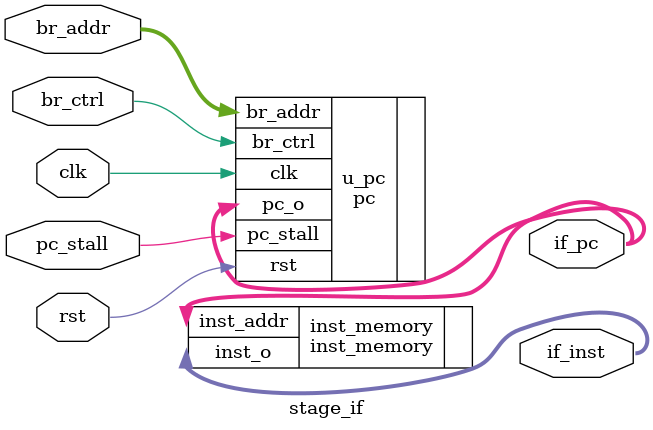
<source format=v>
module stage_if(
    input  wire          clk,
    input  wire          rst,
    input  wire          pc_stall,
    input  wire[31:0]    br_addr,
    input  wire          br_ctrl,
    output wire[31:0]    if_inst,
    output wire[31:0]    if_pc
);

pc u_pc(
    .clk      (clk      ),
    .br_ctrl  (br_ctrl  ),
    .br_addr  (br_addr  ),
    .rst      (rst      ),
    .pc_o     (if_pc    ),
    .pc_stall (pc_stall )
);

inst_memory #(
    .IROM_SPACE (1024 )
)inst_memory(
    .inst_addr (if_pc     ),
    .inst_o    (if_inst      )
);


endmodule

</source>
